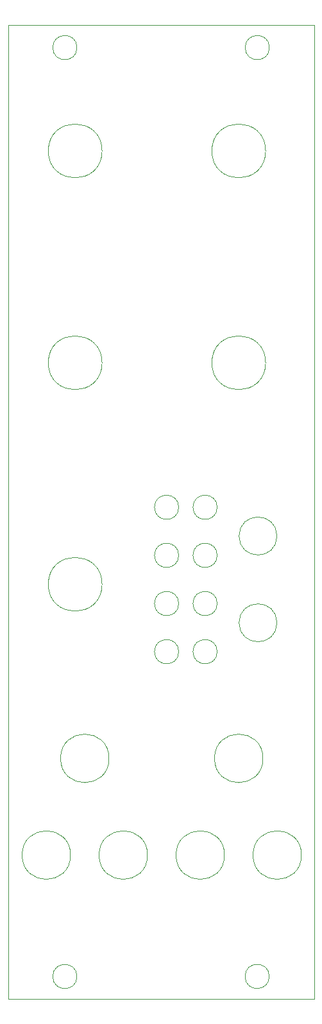
<source format=gbr>
%TF.GenerationSoftware,KiCad,Pcbnew,(6.0.0)*%
%TF.CreationDate,2022-07-13T19:55:52+02:00*%
%TF.ProjectId,wavefolder-panel,77617665-666f-46c6-9465-722d70616e65,rev?*%
%TF.SameCoordinates,Original*%
%TF.FileFunction,Profile,NP*%
%FSLAX46Y46*%
G04 Gerber Fmt 4.6, Leading zero omitted, Abs format (unit mm)*
G04 Created by KiCad (PCBNEW (6.0.0)) date 2022-07-13 19:55:52*
%MOMM*%
%LPD*%
G01*
G04 APERTURE LIST*
%TA.AperFunction,Profile*%
%ADD10C,0.100000*%
%TD*%
G04 APERTURE END LIST*
D10*
X129705000Y-111765000D02*
G75*
G03*
X129705000Y-111765000I-1600000J0D01*
G01*
X141180000Y-92710000D02*
G75*
G03*
X141180000Y-92710000I-3550000J0D01*
G01*
X116280000Y-51145000D02*
G75*
G03*
X116280000Y-51145000I-1600000J0D01*
G01*
X119590000Y-92710000D02*
G75*
G03*
X119590000Y-92710000I-3550000J0D01*
G01*
X134785000Y-130810000D02*
G75*
G03*
X134785000Y-130810000I-1600000J0D01*
G01*
X134785000Y-118105000D02*
G75*
G03*
X134785000Y-118105000I-1600000J0D01*
G01*
X141657432Y-173632912D02*
G75*
G03*
X141657432Y-173632912I-1600000J0D01*
G01*
X115430000Y-157632200D02*
G75*
G03*
X115430000Y-157632200I-3200000J0D01*
G01*
X129705000Y-130810000D02*
G75*
G03*
X129705000Y-130810000I-1600000J0D01*
G01*
X125590000Y-157632200D02*
G75*
G03*
X125590000Y-157632200I-3200000J0D01*
G01*
X119590000Y-64770000D02*
G75*
G03*
X119590000Y-64770000I-3550000J0D01*
G01*
X141180000Y-64770000D02*
G75*
G03*
X141180000Y-64770000I-3550000J0D01*
G01*
X145910000Y-157632200D02*
G75*
G03*
X145910000Y-157632200I-3200000J0D01*
G01*
X120510000Y-144880000D02*
G75*
G03*
X120510000Y-144880000I-3200000J0D01*
G01*
X140829800Y-144880000D02*
G75*
G03*
X140829800Y-144880000I-3200000J0D01*
G01*
X142670000Y-115555000D02*
G75*
G03*
X142670000Y-115555000I-2500000J0D01*
G01*
X142670000Y-127000000D02*
G75*
G03*
X142670000Y-127000000I-2500000J0D01*
G01*
X116280000Y-173645000D02*
G75*
G03*
X116280000Y-173645000I-1600000J0D01*
G01*
X119590000Y-121920000D02*
G75*
G03*
X119590000Y-121920000I-3550000J0D01*
G01*
X129705000Y-118105000D02*
G75*
G03*
X129705000Y-118105000I-1600000J0D01*
G01*
X129705000Y-124460000D02*
G75*
G03*
X129705000Y-124460000I-1600000J0D01*
G01*
X135750000Y-157632200D02*
G75*
G03*
X135750000Y-157632200I-3200000J0D01*
G01*
X134785000Y-124460000D02*
G75*
G03*
X134785000Y-124460000I-1600000J0D01*
G01*
X107180000Y-48145000D02*
X147610000Y-48145000D01*
X147610000Y-48145000D02*
X147610000Y-176645000D01*
X147610000Y-176645000D02*
X107180000Y-176645000D01*
X107180000Y-176645000D02*
X107180000Y-48145000D01*
X134785000Y-111765000D02*
G75*
G03*
X134785000Y-111765000I-1600000J0D01*
G01*
X141680000Y-51145000D02*
G75*
G03*
X141680000Y-51145000I-1600000J0D01*
G01*
M02*

</source>
